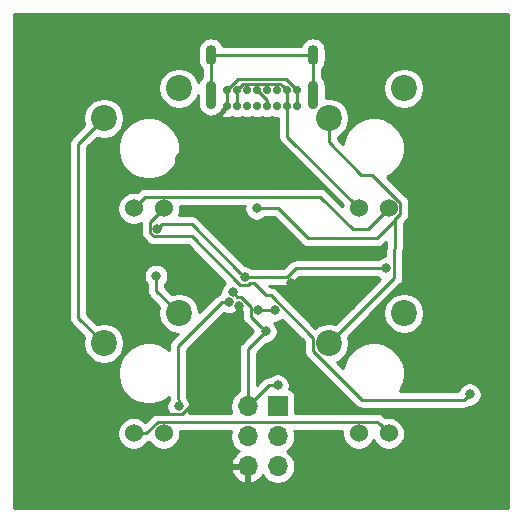
<source format=gbr>
G04 #@! TF.GenerationSoftware,KiCad,Pcbnew,5.1.5+dfsg1-2build2*
G04 #@! TF.CreationDate,2020-08-03T15:49:09+10:00*
G04 #@! TF.ProjectId,macr0,6d616372-302e-46b6-9963-61645f706362,rev?*
G04 #@! TF.SameCoordinates,Original*
G04 #@! TF.FileFunction,Copper,L1,Top*
G04 #@! TF.FilePolarity,Positive*
%FSLAX46Y46*%
G04 Gerber Fmt 4.6, Leading zero omitted, Abs format (unit mm)*
G04 Created by KiCad (PCBNEW 5.1.5+dfsg1-2build2) date 2020-08-03 15:49:09*
%MOMM*%
%LPD*%
G04 APERTURE LIST*
%ADD10C,2.200000*%
%ADD11C,1.524000*%
%ADD12O,1.700000X1.700000*%
%ADD13R,1.700000X1.700000*%
%ADD14C,0.700000*%
%ADD15O,0.900000X2.400000*%
%ADD16O,0.900000X1.700000*%
%ADD17C,0.800000*%
%ADD18C,0.250000*%
%ADD19C,0.254000*%
G04 APERTURE END LIST*
D10*
X149098000Y-84582000D03*
X142748000Y-87122000D03*
D11*
X147828000Y-94742000D03*
X145288000Y-94742000D03*
D10*
X130048000Y-84582000D03*
X123698000Y-87122000D03*
D11*
X128778000Y-94742000D03*
X126238000Y-94742000D03*
X126238000Y-113792000D03*
X128778000Y-113792000D03*
D10*
X123698000Y-106172000D03*
X130048000Y-103632000D03*
D11*
X145288000Y-113792000D03*
X147828000Y-113792000D03*
D10*
X142748000Y-106172000D03*
X149098000Y-103632000D03*
D12*
X135890000Y-116586000D03*
X138430000Y-116586000D03*
X135890000Y-114046000D03*
X138430000Y-114046000D03*
X135890000Y-111506000D03*
D13*
X138430000Y-111506000D03*
D14*
X134112000Y-86106000D03*
X134962000Y-86106000D03*
X135812000Y-86106000D03*
X136662000Y-86106000D03*
X137512000Y-86106000D03*
X138362000Y-86106000D03*
X139212000Y-86106000D03*
X140062000Y-86106000D03*
X134962000Y-84756000D03*
X136662000Y-84756000D03*
X135812000Y-84756000D03*
X134112000Y-84756000D03*
X138362000Y-84756000D03*
X139212000Y-84756000D03*
X140062000Y-84756000D03*
X137512000Y-84756000D03*
D15*
X132762000Y-85126000D03*
X141412000Y-85126000D03*
D16*
X132762000Y-81746000D03*
X141412000Y-81746000D03*
D17*
X138938000Y-97282000D03*
X144653000Y-102997000D03*
X135128000Y-102997000D03*
X131953000Y-109347000D03*
X126873000Y-111887000D03*
X140208000Y-107442000D03*
X152273000Y-101727000D03*
X139573000Y-101092000D03*
X134493000Y-97917000D03*
X149733000Y-106172000D03*
X129794000Y-91694000D03*
X130048000Y-111506000D03*
X134282436Y-102688298D03*
X137414000Y-105156000D03*
X138430000Y-109728000D03*
X134620000Y-101854000D03*
X147574000Y-99822000D03*
X135636000Y-100584000D03*
X128243057Y-96493057D03*
X128143000Y-100457000D03*
X138176000Y-103378000D03*
X136790712Y-103378000D03*
X154686000Y-110490000D03*
X136652000Y-94742000D03*
D18*
X135128000Y-106172000D02*
X135128000Y-102997000D01*
X131953000Y-109347000D02*
X135128000Y-106172000D01*
X127117001Y-112131001D02*
X126873000Y-111887000D01*
X131953000Y-110526002D02*
X130348001Y-112131001D01*
X130348001Y-112131001D02*
X127117001Y-112131001D01*
X131953000Y-109347000D02*
X131953000Y-110526002D01*
X129794000Y-90424000D02*
X134112000Y-86106000D01*
X129794000Y-91694000D02*
X129794000Y-90424000D01*
X140062000Y-86106000D02*
X140062000Y-84756000D01*
X134112000Y-86106000D02*
X134112000Y-84756000D01*
X139712001Y-84406001D02*
X140062000Y-84756000D01*
X139136989Y-83830989D02*
X139712001Y-84406001D01*
X135037011Y-83830989D02*
X139136989Y-83830989D01*
X134112000Y-84756000D02*
X135037011Y-83830989D01*
X130048000Y-110940315D02*
X130048000Y-111506000D01*
X133716751Y-102688298D02*
X129997057Y-106407992D01*
X129997057Y-110889372D02*
X130048000Y-110940315D01*
X129997057Y-106407992D02*
X129997057Y-110889372D01*
X134282436Y-102688298D02*
X133716751Y-102688298D01*
X135890000Y-106680000D02*
X137414000Y-105156000D01*
X135890000Y-111506000D02*
X135890000Y-106680000D01*
X137668000Y-109728000D02*
X135890000Y-111506000D01*
X138430000Y-109728000D02*
X137668000Y-109728000D01*
X137014001Y-104756001D02*
X137414000Y-105156000D01*
X136165711Y-103907711D02*
X137014001Y-104756001D01*
X136165711Y-103077999D02*
X136165711Y-103907711D01*
X135341711Y-102253999D02*
X136165711Y-103077999D01*
X135019999Y-102253999D02*
X135341711Y-102253999D01*
X134620000Y-101854000D02*
X135019999Y-102253999D01*
X138862001Y-84406001D02*
X139212000Y-84756000D01*
X138636999Y-84180999D02*
X138862001Y-84406001D01*
X135537001Y-84180999D02*
X138636999Y-84180999D01*
X134962000Y-84756000D02*
X135537001Y-84180999D01*
X134962000Y-84756000D02*
X134962000Y-86106000D01*
X139212000Y-84756000D02*
X139212000Y-86106000D01*
X139212000Y-88666000D02*
X145288000Y-94742000D01*
X139212000Y-86106000D02*
X139212000Y-88666000D01*
X139954000Y-99822000D02*
X147574000Y-99822000D01*
X139192000Y-100584000D02*
X139954000Y-99822000D01*
X135636000Y-100584000D02*
X139192000Y-100584000D01*
X135236001Y-100184001D02*
X135636000Y-100584000D01*
X131145058Y-96093058D02*
X135236001Y-100184001D01*
X128643056Y-96093058D02*
X131145058Y-96093058D01*
X128243057Y-96493057D02*
X128643056Y-96093058D01*
X128143000Y-101727000D02*
X130048000Y-103632000D01*
X128143000Y-100457000D02*
X128143000Y-101727000D01*
X132762000Y-83676000D02*
X132762000Y-81746000D01*
X132762000Y-85126000D02*
X132762000Y-83676000D01*
X141412000Y-81746000D02*
X141412000Y-85126000D01*
X141412000Y-81746000D02*
X132762000Y-81746000D01*
X137512000Y-85606000D02*
X136662000Y-84756000D01*
X137512000Y-86106000D02*
X137512000Y-85606000D01*
X138176000Y-103378000D02*
X136790712Y-103378000D01*
X122598001Y-88221999D02*
X123698000Y-87122000D01*
X121548999Y-89271001D02*
X122598001Y-88221999D01*
X121548999Y-104022999D02*
X121548999Y-89271001D01*
X123698000Y-106172000D02*
X121548999Y-104022999D01*
X154238999Y-110937001D02*
X154686000Y-110490000D01*
X141422999Y-106808001D02*
X145551999Y-110937001D01*
X127943056Y-97118058D02*
X131154058Y-97118058D01*
X137831002Y-102108000D02*
X141422999Y-105699997D01*
X127618056Y-96793058D02*
X127943056Y-97118058D01*
X145551999Y-110937001D02*
X154238999Y-110937001D01*
X141422999Y-105699997D02*
X141422999Y-106808001D01*
X127618056Y-95901944D02*
X127618056Y-96793058D01*
X128778000Y-94742000D02*
X127618056Y-95901944D01*
X137831002Y-102108000D02*
X137414000Y-102108000D01*
X137414000Y-102108000D02*
X136398000Y-101092000D01*
X135245001Y-101209001D02*
X131154058Y-97118058D01*
X135936001Y-101209001D02*
X135245001Y-101209001D01*
X136053002Y-101092000D02*
X135936001Y-101209001D01*
X136398000Y-101092000D02*
X136053002Y-101092000D01*
X146050000Y-96520000D02*
X147828000Y-94742000D01*
X144780000Y-96520000D02*
X146050000Y-96520000D01*
X142014999Y-93754999D02*
X144780000Y-96520000D01*
X127225001Y-93754999D02*
X142014999Y-93754999D01*
X126238000Y-94742000D02*
X127225001Y-93754999D01*
X142748000Y-88677634D02*
X142748000Y-87122000D01*
X142748000Y-89145002D02*
X142748000Y-88677634D01*
X145489999Y-91887001D02*
X142748000Y-89145002D01*
X146433763Y-91887001D02*
X145489999Y-91887001D01*
X148815001Y-94268239D02*
X146433763Y-91887001D01*
X148815001Y-95215761D02*
X148815001Y-94268239D01*
X148301761Y-95729001D02*
X148815001Y-95215761D01*
X142748000Y-106172000D02*
X148301761Y-100618239D01*
X146812000Y-97282000D02*
X148336000Y-95758000D01*
X138430000Y-94742000D02*
X140970000Y-97282000D01*
X136652000Y-94742000D02*
X138430000Y-94742000D01*
X148336000Y-95758000D02*
X148301761Y-95729001D01*
X140970000Y-97282000D02*
X146812000Y-97282000D01*
X148301761Y-100618239D02*
X148336000Y-95758000D01*
X147066001Y-113030001D02*
X147828000Y-113792000D01*
X146840999Y-112804999D02*
X147066001Y-113030001D01*
X128302631Y-112804999D02*
X146840999Y-112804999D01*
X127315630Y-113792000D02*
X128302631Y-112804999D01*
X126238000Y-113792000D02*
X127315630Y-113792000D01*
D19*
G36*
X157963000Y-120117000D02*
G01*
X116103000Y-120117000D01*
X116103000Y-116942890D01*
X134448524Y-116942890D01*
X134493175Y-117090099D01*
X134618359Y-117352920D01*
X134792412Y-117586269D01*
X135008645Y-117781178D01*
X135258748Y-117930157D01*
X135533109Y-118027481D01*
X135763000Y-117906814D01*
X135763000Y-116713000D01*
X134569845Y-116713000D01*
X134448524Y-116942890D01*
X116103000Y-116942890D01*
X116103000Y-89271001D01*
X120785323Y-89271001D01*
X120789000Y-89308333D01*
X120788999Y-103985677D01*
X120785323Y-104022999D01*
X120788999Y-104060321D01*
X120788999Y-104060331D01*
X120799996Y-104171984D01*
X120837374Y-104295205D01*
X120843453Y-104315245D01*
X120914025Y-104447275D01*
X120927550Y-104463755D01*
X121008998Y-104563000D01*
X121038002Y-104586803D01*
X122055286Y-105604088D01*
X122029675Y-105665919D01*
X121963000Y-106001117D01*
X121963000Y-106342883D01*
X122029675Y-106678081D01*
X122160463Y-106993831D01*
X122350337Y-107277998D01*
X122592002Y-107519663D01*
X122876169Y-107709537D01*
X123191919Y-107840325D01*
X123527117Y-107907000D01*
X123868883Y-107907000D01*
X124204081Y-107840325D01*
X124519831Y-107709537D01*
X124803998Y-107519663D01*
X125045663Y-107277998D01*
X125235537Y-106993831D01*
X125366325Y-106678081D01*
X125433000Y-106342883D01*
X125433000Y-106001117D01*
X125366325Y-105665919D01*
X125235537Y-105350169D01*
X125045663Y-105066002D01*
X124803998Y-104824337D01*
X124519831Y-104634463D01*
X124204081Y-104503675D01*
X123868883Y-104437000D01*
X123527117Y-104437000D01*
X123191919Y-104503675D01*
X123130088Y-104529286D01*
X122308999Y-103708198D01*
X122308999Y-94604408D01*
X124841000Y-94604408D01*
X124841000Y-94879592D01*
X124894686Y-95149490D01*
X124999995Y-95403727D01*
X125152880Y-95632535D01*
X125347465Y-95827120D01*
X125576273Y-95980005D01*
X125830510Y-96085314D01*
X126100408Y-96139000D01*
X126375592Y-96139000D01*
X126645490Y-96085314D01*
X126858056Y-95997266D01*
X126858056Y-96755736D01*
X126854380Y-96793058D01*
X126858056Y-96830380D01*
X126858056Y-96830391D01*
X126869054Y-96942044D01*
X126877253Y-96969072D01*
X126912510Y-97085304D01*
X126983082Y-97217334D01*
X127036152Y-97281999D01*
X127078056Y-97333059D01*
X127107053Y-97356857D01*
X127379256Y-97629060D01*
X127403055Y-97658059D01*
X127518780Y-97753032D01*
X127650809Y-97823604D01*
X127794070Y-97867061D01*
X127905723Y-97878058D01*
X127905732Y-97878058D01*
X127943055Y-97881734D01*
X127980378Y-97878058D01*
X130839257Y-97878058D01*
X133990819Y-101029621D01*
X133960226Y-101050063D01*
X133816063Y-101194226D01*
X133702795Y-101363744D01*
X133624774Y-101552102D01*
X133585000Y-101752061D01*
X133585000Y-101922023D01*
X133567712Y-101939311D01*
X133424504Y-101982752D01*
X133292475Y-102053324D01*
X133176750Y-102148297D01*
X133152952Y-102177295D01*
X131783000Y-103547247D01*
X131783000Y-103461117D01*
X131716325Y-103125919D01*
X131585537Y-102810169D01*
X131395663Y-102526002D01*
X131153998Y-102284337D01*
X130869831Y-102094463D01*
X130554081Y-101963675D01*
X130218883Y-101897000D01*
X129877117Y-101897000D01*
X129541919Y-101963675D01*
X129480088Y-101989286D01*
X128903000Y-101412199D01*
X128903000Y-101160711D01*
X128946937Y-101116774D01*
X129060205Y-100947256D01*
X129138226Y-100758898D01*
X129178000Y-100558939D01*
X129178000Y-100355061D01*
X129138226Y-100155102D01*
X129060205Y-99966744D01*
X128946937Y-99797226D01*
X128802774Y-99653063D01*
X128633256Y-99539795D01*
X128444898Y-99461774D01*
X128244939Y-99422000D01*
X128041061Y-99422000D01*
X127841102Y-99461774D01*
X127652744Y-99539795D01*
X127483226Y-99653063D01*
X127339063Y-99797226D01*
X127225795Y-99966744D01*
X127147774Y-100155102D01*
X127108000Y-100355061D01*
X127108000Y-100558939D01*
X127147774Y-100758898D01*
X127225795Y-100947256D01*
X127339063Y-101116774D01*
X127383001Y-101160712D01*
X127383001Y-101689668D01*
X127379324Y-101727000D01*
X127383001Y-101764333D01*
X127393998Y-101875986D01*
X127405695Y-101914547D01*
X127437454Y-102019246D01*
X127508026Y-102151276D01*
X127579201Y-102238002D01*
X127603000Y-102267001D01*
X127631998Y-102290799D01*
X128405286Y-103064088D01*
X128379675Y-103125919D01*
X128313000Y-103461117D01*
X128313000Y-103802883D01*
X128379675Y-104138081D01*
X128510463Y-104453831D01*
X128700337Y-104737998D01*
X128942002Y-104979663D01*
X129226169Y-105169537D01*
X129541919Y-105300325D01*
X129877117Y-105367000D01*
X129963248Y-105367000D01*
X129486060Y-105844188D01*
X129457056Y-105867991D01*
X129414640Y-105919676D01*
X129362083Y-105983716D01*
X129341077Y-106023015D01*
X129291511Y-106115746D01*
X129248054Y-106259007D01*
X129237057Y-106370660D01*
X129237057Y-106370670D01*
X129233381Y-106407992D01*
X129237057Y-106445315D01*
X129237057Y-106714604D01*
X129187715Y-106665262D01*
X128756141Y-106376893D01*
X128276601Y-106178261D01*
X127767525Y-106077000D01*
X127248475Y-106077000D01*
X126739399Y-106178261D01*
X126259859Y-106376893D01*
X125828285Y-106665262D01*
X125461262Y-107032285D01*
X125172893Y-107463859D01*
X124974261Y-107943399D01*
X124873000Y-108452475D01*
X124873000Y-108971525D01*
X124974261Y-109480601D01*
X125172893Y-109960141D01*
X125461262Y-110391715D01*
X125828285Y-110758738D01*
X126259859Y-111047107D01*
X126739399Y-111245739D01*
X127248475Y-111347000D01*
X127767525Y-111347000D01*
X128276601Y-111245739D01*
X128756141Y-111047107D01*
X129187715Y-110758738D01*
X129237058Y-110709395D01*
X129237058Y-110852040D01*
X129236518Y-110857517D01*
X129130795Y-111015744D01*
X129052774Y-111204102D01*
X129013000Y-111404061D01*
X129013000Y-111607939D01*
X129052774Y-111807898D01*
X129130795Y-111996256D01*
X129163364Y-112044999D01*
X128339953Y-112044999D01*
X128302630Y-112041323D01*
X128265307Y-112044999D01*
X128265298Y-112044999D01*
X128153645Y-112055996D01*
X128010384Y-112099453D01*
X127878355Y-112170025D01*
X127762630Y-112264998D01*
X127738832Y-112293996D01*
X127227242Y-112805587D01*
X127128535Y-112706880D01*
X126899727Y-112553995D01*
X126645490Y-112448686D01*
X126375592Y-112395000D01*
X126100408Y-112395000D01*
X125830510Y-112448686D01*
X125576273Y-112553995D01*
X125347465Y-112706880D01*
X125152880Y-112901465D01*
X124999995Y-113130273D01*
X124894686Y-113384510D01*
X124841000Y-113654408D01*
X124841000Y-113929592D01*
X124894686Y-114199490D01*
X124999995Y-114453727D01*
X125152880Y-114682535D01*
X125347465Y-114877120D01*
X125576273Y-115030005D01*
X125830510Y-115135314D01*
X126100408Y-115189000D01*
X126375592Y-115189000D01*
X126645490Y-115135314D01*
X126899727Y-115030005D01*
X127128535Y-114877120D01*
X127323120Y-114682535D01*
X127414383Y-114545951D01*
X127464616Y-114541003D01*
X127575780Y-114507282D01*
X127692880Y-114682535D01*
X127887465Y-114877120D01*
X128116273Y-115030005D01*
X128370510Y-115135314D01*
X128640408Y-115189000D01*
X128915592Y-115189000D01*
X129185490Y-115135314D01*
X129439727Y-115030005D01*
X129668535Y-114877120D01*
X129863120Y-114682535D01*
X130016005Y-114453727D01*
X130121314Y-114199490D01*
X130175000Y-113929592D01*
X130175000Y-113654408D01*
X130157215Y-113564999D01*
X134481885Y-113564999D01*
X134462068Y-113612842D01*
X134405000Y-113899740D01*
X134405000Y-114192260D01*
X134462068Y-114479158D01*
X134574010Y-114749411D01*
X134736525Y-114992632D01*
X134943368Y-115199475D01*
X135125534Y-115321195D01*
X135008645Y-115390822D01*
X134792412Y-115585731D01*
X134618359Y-115819080D01*
X134493175Y-116081901D01*
X134448524Y-116229110D01*
X134569845Y-116459000D01*
X135763000Y-116459000D01*
X135763000Y-116439000D01*
X136017000Y-116439000D01*
X136017000Y-116459000D01*
X136037000Y-116459000D01*
X136037000Y-116713000D01*
X136017000Y-116713000D01*
X136017000Y-117906814D01*
X136246891Y-118027481D01*
X136521252Y-117930157D01*
X136771355Y-117781178D01*
X136987588Y-117586269D01*
X137158900Y-117356594D01*
X137276525Y-117532632D01*
X137483368Y-117739475D01*
X137726589Y-117901990D01*
X137996842Y-118013932D01*
X138283740Y-118071000D01*
X138576260Y-118071000D01*
X138863158Y-118013932D01*
X139133411Y-117901990D01*
X139376632Y-117739475D01*
X139583475Y-117532632D01*
X139745990Y-117289411D01*
X139857932Y-117019158D01*
X139915000Y-116732260D01*
X139915000Y-116439740D01*
X139857932Y-116152842D01*
X139745990Y-115882589D01*
X139583475Y-115639368D01*
X139376632Y-115432525D01*
X139202240Y-115316000D01*
X139376632Y-115199475D01*
X139583475Y-114992632D01*
X139745990Y-114749411D01*
X139857932Y-114479158D01*
X139915000Y-114192260D01*
X139915000Y-113899740D01*
X139857932Y-113612842D01*
X139838115Y-113564999D01*
X143908785Y-113564999D01*
X143891000Y-113654408D01*
X143891000Y-113929592D01*
X143944686Y-114199490D01*
X144049995Y-114453727D01*
X144202880Y-114682535D01*
X144397465Y-114877120D01*
X144626273Y-115030005D01*
X144880510Y-115135314D01*
X145150408Y-115189000D01*
X145425592Y-115189000D01*
X145695490Y-115135314D01*
X145949727Y-115030005D01*
X146178535Y-114877120D01*
X146373120Y-114682535D01*
X146526005Y-114453727D01*
X146558000Y-114376485D01*
X146589995Y-114453727D01*
X146742880Y-114682535D01*
X146937465Y-114877120D01*
X147166273Y-115030005D01*
X147420510Y-115135314D01*
X147690408Y-115189000D01*
X147965592Y-115189000D01*
X148235490Y-115135314D01*
X148489727Y-115030005D01*
X148718535Y-114877120D01*
X148913120Y-114682535D01*
X149066005Y-114453727D01*
X149171314Y-114199490D01*
X149225000Y-113929592D01*
X149225000Y-113654408D01*
X149171314Y-113384510D01*
X149066005Y-113130273D01*
X148913120Y-112901465D01*
X148718535Y-112706880D01*
X148489727Y-112553995D01*
X148235490Y-112448686D01*
X147965592Y-112395000D01*
X147690408Y-112395000D01*
X147536429Y-112425628D01*
X147404803Y-112294002D01*
X147381000Y-112264998D01*
X147265275Y-112170025D01*
X147133246Y-112099453D01*
X146989985Y-112055996D01*
X146878332Y-112044999D01*
X146878321Y-112044999D01*
X146840999Y-112041323D01*
X146803677Y-112044999D01*
X139918072Y-112044999D01*
X139918072Y-110656000D01*
X139905812Y-110531518D01*
X139869502Y-110411820D01*
X139810537Y-110301506D01*
X139731185Y-110204815D01*
X139634494Y-110125463D01*
X139524180Y-110066498D01*
X139422804Y-110035746D01*
X139425226Y-110029898D01*
X139465000Y-109829939D01*
X139465000Y-109626061D01*
X139425226Y-109426102D01*
X139347205Y-109237744D01*
X139233937Y-109068226D01*
X139089774Y-108924063D01*
X138920256Y-108810795D01*
X138731898Y-108732774D01*
X138531939Y-108693000D01*
X138328061Y-108693000D01*
X138128102Y-108732774D01*
X137939744Y-108810795D01*
X137770226Y-108924063D01*
X137726289Y-108968000D01*
X137705325Y-108968000D01*
X137668000Y-108964324D01*
X137630675Y-108968000D01*
X137630667Y-108968000D01*
X137519014Y-108978997D01*
X137375753Y-109022454D01*
X137243724Y-109093026D01*
X137127999Y-109187999D01*
X137104201Y-109216997D01*
X136650000Y-109671198D01*
X136650000Y-106994801D01*
X137453802Y-106191000D01*
X137515939Y-106191000D01*
X137715898Y-106151226D01*
X137904256Y-106073205D01*
X138073774Y-105959937D01*
X138217937Y-105815774D01*
X138331205Y-105646256D01*
X138409226Y-105457898D01*
X138449000Y-105257939D01*
X138449000Y-105054061D01*
X138409226Y-104854102D01*
X138331205Y-104665744D01*
X138217937Y-104496226D01*
X138134711Y-104413000D01*
X138277939Y-104413000D01*
X138477898Y-104373226D01*
X138666256Y-104295205D01*
X138832395Y-104184195D01*
X140662999Y-106014799D01*
X140663000Y-106770669D01*
X140659323Y-106808001D01*
X140673997Y-106956986D01*
X140717453Y-107100247D01*
X140788025Y-107232277D01*
X140859200Y-107319003D01*
X140882999Y-107348002D01*
X140911997Y-107371800D01*
X144988200Y-111448004D01*
X145011998Y-111477002D01*
X145127723Y-111571975D01*
X145259752Y-111642547D01*
X145403013Y-111686004D01*
X145514666Y-111697001D01*
X145514674Y-111697001D01*
X145551999Y-111700677D01*
X145589324Y-111697001D01*
X154201677Y-111697001D01*
X154238999Y-111700677D01*
X154276321Y-111697001D01*
X154276332Y-111697001D01*
X154387985Y-111686004D01*
X154531246Y-111642547D01*
X154663275Y-111571975D01*
X154720514Y-111525000D01*
X154787939Y-111525000D01*
X154987898Y-111485226D01*
X155176256Y-111407205D01*
X155345774Y-111293937D01*
X155489937Y-111149774D01*
X155603205Y-110980256D01*
X155681226Y-110791898D01*
X155721000Y-110591939D01*
X155721000Y-110388061D01*
X155681226Y-110188102D01*
X155603205Y-109999744D01*
X155489937Y-109830226D01*
X155345774Y-109686063D01*
X155176256Y-109572795D01*
X154987898Y-109494774D01*
X154787939Y-109455000D01*
X154584061Y-109455000D01*
X154384102Y-109494774D01*
X154195744Y-109572795D01*
X154026226Y-109686063D01*
X153882063Y-109830226D01*
X153768795Y-109999744D01*
X153695372Y-110177001D01*
X148748206Y-110177001D01*
X148893107Y-109960141D01*
X149091739Y-109480601D01*
X149193000Y-108971525D01*
X149193000Y-108452475D01*
X149091739Y-107943399D01*
X148893107Y-107463859D01*
X148604738Y-107032285D01*
X148237715Y-106665262D01*
X147806141Y-106376893D01*
X147326601Y-106178261D01*
X146817525Y-106077000D01*
X146298475Y-106077000D01*
X145789399Y-106178261D01*
X145309859Y-106376893D01*
X144878285Y-106665262D01*
X144511262Y-107032285D01*
X144222893Y-107463859D01*
X144024261Y-107943399D01*
X143959380Y-108269580D01*
X143449273Y-107759474D01*
X143569831Y-107709537D01*
X143853998Y-107519663D01*
X144095663Y-107277998D01*
X144285537Y-106993831D01*
X144416325Y-106678081D01*
X144483000Y-106342883D01*
X144483000Y-106001117D01*
X144416325Y-105665919D01*
X144390714Y-105604088D01*
X146533685Y-103461117D01*
X147363000Y-103461117D01*
X147363000Y-103802883D01*
X147429675Y-104138081D01*
X147560463Y-104453831D01*
X147750337Y-104737998D01*
X147992002Y-104979663D01*
X148276169Y-105169537D01*
X148591919Y-105300325D01*
X148927117Y-105367000D01*
X149268883Y-105367000D01*
X149604081Y-105300325D01*
X149919831Y-105169537D01*
X150203998Y-104979663D01*
X150445663Y-104737998D01*
X150635537Y-104453831D01*
X150766325Y-104138081D01*
X150833000Y-103802883D01*
X150833000Y-103461117D01*
X150766325Y-103125919D01*
X150635537Y-102810169D01*
X150445663Y-102526002D01*
X150203998Y-102284337D01*
X149919831Y-102094463D01*
X149604081Y-101963675D01*
X149268883Y-101897000D01*
X148927117Y-101897000D01*
X148591919Y-101963675D01*
X148276169Y-102094463D01*
X147992002Y-102284337D01*
X147750337Y-102526002D01*
X147560463Y-102810169D01*
X147429675Y-103125919D01*
X147363000Y-103461117D01*
X146533685Y-103461117D01*
X148810871Y-101183931D01*
X148837944Y-101162030D01*
X148863657Y-101131145D01*
X148865560Y-101129242D01*
X148887635Y-101102344D01*
X148933730Y-101046977D01*
X148935017Y-101044609D01*
X148936735Y-101042516D01*
X148970833Y-100978723D01*
X149005230Y-100915448D01*
X149006031Y-100912874D01*
X149007307Y-100910486D01*
X149028288Y-100841318D01*
X149049695Y-100772497D01*
X149049979Y-100769812D01*
X149050763Y-100767226D01*
X149057831Y-100695460D01*
X149061479Y-100660924D01*
X149061498Y-100658233D01*
X149065437Y-100618240D01*
X149062024Y-100583586D01*
X149094234Y-96011329D01*
X149326004Y-95779559D01*
X149355002Y-95755762D01*
X149426385Y-95668782D01*
X149449975Y-95640038D01*
X149520547Y-95508008D01*
X149529750Y-95477668D01*
X149564004Y-95364747D01*
X149575001Y-95253094D01*
X149575001Y-95253084D01*
X149578677Y-95215761D01*
X149575001Y-95178438D01*
X149575001Y-94305561D01*
X149578677Y-94268238D01*
X149575001Y-94230915D01*
X149575001Y-94230906D01*
X149564004Y-94119253D01*
X149520547Y-93975992D01*
X149500273Y-93938063D01*
X149449975Y-93843962D01*
X149378800Y-93757236D01*
X149355002Y-93728238D01*
X149326004Y-93704440D01*
X147673579Y-92052016D01*
X147806141Y-91997107D01*
X148237715Y-91708738D01*
X148604738Y-91341715D01*
X148893107Y-90910141D01*
X149091739Y-90430601D01*
X149193000Y-89921525D01*
X149193000Y-89402475D01*
X149091739Y-88893399D01*
X148893107Y-88413859D01*
X148604738Y-87982285D01*
X148237715Y-87615262D01*
X147806141Y-87326893D01*
X147326601Y-87128261D01*
X146817525Y-87027000D01*
X146298475Y-87027000D01*
X145789399Y-87128261D01*
X145309859Y-87326893D01*
X144878285Y-87615262D01*
X144511262Y-87982285D01*
X144222893Y-88413859D01*
X144024261Y-88893399D01*
X143949093Y-89271294D01*
X143508000Y-88830201D01*
X143508000Y-88685148D01*
X143569831Y-88659537D01*
X143853998Y-88469663D01*
X144095663Y-88227998D01*
X144285537Y-87943831D01*
X144416325Y-87628081D01*
X144483000Y-87292883D01*
X144483000Y-86951117D01*
X144416325Y-86615919D01*
X144285537Y-86300169D01*
X144095663Y-86016002D01*
X143853998Y-85774337D01*
X143569831Y-85584463D01*
X143254081Y-85453675D01*
X142918883Y-85387000D01*
X142577117Y-85387000D01*
X142497000Y-85402936D01*
X142497000Y-84411117D01*
X147363000Y-84411117D01*
X147363000Y-84752883D01*
X147429675Y-85088081D01*
X147560463Y-85403831D01*
X147750337Y-85687998D01*
X147992002Y-85929663D01*
X148276169Y-86119537D01*
X148591919Y-86250325D01*
X148927117Y-86317000D01*
X149268883Y-86317000D01*
X149604081Y-86250325D01*
X149919831Y-86119537D01*
X150203998Y-85929663D01*
X150445663Y-85687998D01*
X150635537Y-85403831D01*
X150766325Y-85088081D01*
X150833000Y-84752883D01*
X150833000Y-84411117D01*
X150766325Y-84075919D01*
X150635537Y-83760169D01*
X150445663Y-83476002D01*
X150203998Y-83234337D01*
X149919831Y-83044463D01*
X149604081Y-82913675D01*
X149268883Y-82847000D01*
X148927117Y-82847000D01*
X148591919Y-82913675D01*
X148276169Y-83044463D01*
X147992002Y-83234337D01*
X147750337Y-83476002D01*
X147560463Y-83760169D01*
X147429675Y-84075919D01*
X147363000Y-84411117D01*
X142497000Y-84411117D01*
X142497000Y-84322706D01*
X142481300Y-84163303D01*
X142419259Y-83958780D01*
X142318509Y-83770290D01*
X142182922Y-83605078D01*
X142172000Y-83596114D01*
X142172000Y-82925886D01*
X142182922Y-82916922D01*
X142318509Y-82751710D01*
X142419259Y-82563220D01*
X142481300Y-82358696D01*
X142497000Y-82199293D01*
X142497000Y-81292706D01*
X142481300Y-81133303D01*
X142419259Y-80928780D01*
X142318509Y-80740290D01*
X142182922Y-80575078D01*
X142017710Y-80439491D01*
X141829219Y-80338741D01*
X141624696Y-80276700D01*
X141412000Y-80255751D01*
X141199303Y-80276700D01*
X140994780Y-80338741D01*
X140806290Y-80439491D01*
X140641078Y-80575078D01*
X140505491Y-80740290D01*
X140404741Y-80928781D01*
X140387384Y-80986000D01*
X133786616Y-80986000D01*
X133769259Y-80928780D01*
X133668509Y-80740290D01*
X133532922Y-80575078D01*
X133367710Y-80439491D01*
X133179219Y-80338741D01*
X132974696Y-80276700D01*
X132762000Y-80255751D01*
X132549303Y-80276700D01*
X132344780Y-80338741D01*
X132156290Y-80439491D01*
X131991078Y-80575078D01*
X131855491Y-80740290D01*
X131754741Y-80928781D01*
X131692700Y-81133304D01*
X131677000Y-81292707D01*
X131677000Y-82199294D01*
X131692700Y-82358697D01*
X131754742Y-82563220D01*
X131855492Y-82751710D01*
X131991079Y-82916922D01*
X132002000Y-82925885D01*
X132002000Y-83596114D01*
X131991078Y-83605078D01*
X131855491Y-83770290D01*
X131754741Y-83958781D01*
X131717467Y-84081659D01*
X131716325Y-84075919D01*
X131585537Y-83760169D01*
X131395663Y-83476002D01*
X131153998Y-83234337D01*
X130869831Y-83044463D01*
X130554081Y-82913675D01*
X130218883Y-82847000D01*
X129877117Y-82847000D01*
X129541919Y-82913675D01*
X129226169Y-83044463D01*
X128942002Y-83234337D01*
X128700337Y-83476002D01*
X128510463Y-83760169D01*
X128379675Y-84075919D01*
X128313000Y-84411117D01*
X128313000Y-84752883D01*
X128379675Y-85088081D01*
X128510463Y-85403831D01*
X128700337Y-85687998D01*
X128942002Y-85929663D01*
X129226169Y-86119537D01*
X129541919Y-86250325D01*
X129877117Y-86317000D01*
X130218883Y-86317000D01*
X130554081Y-86250325D01*
X130869831Y-86119537D01*
X131153998Y-85929663D01*
X131395663Y-85687998D01*
X131585537Y-85403831D01*
X131677000Y-85183020D01*
X131677000Y-85929294D01*
X131692700Y-86088697D01*
X131754742Y-86293220D01*
X131855492Y-86481710D01*
X131991079Y-86646922D01*
X132156291Y-86782509D01*
X132344781Y-86883259D01*
X132549304Y-86945300D01*
X132762000Y-86966249D01*
X132974697Y-86945300D01*
X133179220Y-86883259D01*
X133367710Y-86782509D01*
X133532922Y-86646922D01*
X133668509Y-86481710D01*
X133769259Y-86293220D01*
X133779746Y-86258649D01*
X133932395Y-86106000D01*
X133918253Y-86091858D01*
X133977000Y-86033110D01*
X133977000Y-86203014D01*
X134013101Y-86384504D01*
X133621088Y-86776517D01*
X133637784Y-86974767D01*
X133816384Y-87050589D01*
X134006344Y-87090110D01*
X134200364Y-87091813D01*
X134390989Y-87055632D01*
X134537651Y-86996385D01*
X134674686Y-87053147D01*
X134864986Y-87091000D01*
X135059014Y-87091000D01*
X135249314Y-87053147D01*
X135387000Y-86996116D01*
X135524686Y-87053147D01*
X135714986Y-87091000D01*
X135909014Y-87091000D01*
X136099314Y-87053147D01*
X136237000Y-86996116D01*
X136374686Y-87053147D01*
X136564986Y-87091000D01*
X136759014Y-87091000D01*
X136949314Y-87053147D01*
X137087000Y-86996116D01*
X137224686Y-87053147D01*
X137414986Y-87091000D01*
X137609014Y-87091000D01*
X137799314Y-87053147D01*
X137937000Y-86996116D01*
X138074686Y-87053147D01*
X138264986Y-87091000D01*
X138452000Y-87091000D01*
X138452001Y-88628668D01*
X138448324Y-88666000D01*
X138462998Y-88814985D01*
X138506454Y-88958246D01*
X138577026Y-89090276D01*
X138603075Y-89122016D01*
X138672000Y-89206001D01*
X138700998Y-89229799D01*
X143921628Y-94450430D01*
X143898998Y-94564197D01*
X142578803Y-93244002D01*
X142555000Y-93214998D01*
X142439275Y-93120025D01*
X142307246Y-93049453D01*
X142163985Y-93005996D01*
X142052332Y-92994999D01*
X142052321Y-92994999D01*
X142014999Y-92991323D01*
X141977677Y-92994999D01*
X127262323Y-92994999D01*
X127225000Y-92991323D01*
X127187677Y-92994999D01*
X127187668Y-92994999D01*
X127076015Y-93005996D01*
X126932754Y-93049453D01*
X126800725Y-93120025D01*
X126685000Y-93214998D01*
X126661202Y-93243996D01*
X126529570Y-93375628D01*
X126375592Y-93345000D01*
X126100408Y-93345000D01*
X125830510Y-93398686D01*
X125576273Y-93503995D01*
X125347465Y-93656880D01*
X125152880Y-93851465D01*
X124999995Y-94080273D01*
X124894686Y-94334510D01*
X124841000Y-94604408D01*
X122308999Y-94604408D01*
X122308999Y-89585802D01*
X122492326Y-89402475D01*
X124873000Y-89402475D01*
X124873000Y-89921525D01*
X124974261Y-90430601D01*
X125172893Y-90910141D01*
X125461262Y-91341715D01*
X125828285Y-91708738D01*
X126259859Y-91997107D01*
X126739399Y-92195739D01*
X127248475Y-92297000D01*
X127767525Y-92297000D01*
X128276601Y-92195739D01*
X128756141Y-91997107D01*
X129187715Y-91708738D01*
X129554738Y-91341715D01*
X129843107Y-90910141D01*
X130041739Y-90430601D01*
X130143000Y-89921525D01*
X130143000Y-89402475D01*
X130041739Y-88893399D01*
X129843107Y-88413859D01*
X129554738Y-87982285D01*
X129187715Y-87615262D01*
X128756141Y-87326893D01*
X128276601Y-87128261D01*
X127767525Y-87027000D01*
X127248475Y-87027000D01*
X126739399Y-87128261D01*
X126259859Y-87326893D01*
X125828285Y-87615262D01*
X125461262Y-87982285D01*
X125172893Y-88413859D01*
X124974261Y-88893399D01*
X124873000Y-89402475D01*
X122492326Y-89402475D01*
X123130088Y-88764714D01*
X123191919Y-88790325D01*
X123527117Y-88857000D01*
X123868883Y-88857000D01*
X124204081Y-88790325D01*
X124519831Y-88659537D01*
X124803998Y-88469663D01*
X125045663Y-88227998D01*
X125235537Y-87943831D01*
X125366325Y-87628081D01*
X125433000Y-87292883D01*
X125433000Y-86951117D01*
X125366325Y-86615919D01*
X125235537Y-86300169D01*
X125045663Y-86016002D01*
X124803998Y-85774337D01*
X124519831Y-85584463D01*
X124204081Y-85453675D01*
X123868883Y-85387000D01*
X123527117Y-85387000D01*
X123191919Y-85453675D01*
X122876169Y-85584463D01*
X122592002Y-85774337D01*
X122350337Y-86016002D01*
X122160463Y-86300169D01*
X122029675Y-86615919D01*
X121963000Y-86951117D01*
X121963000Y-87292883D01*
X122029675Y-87628081D01*
X122055286Y-87689912D01*
X121037997Y-88707202D01*
X121008999Y-88731000D01*
X120985201Y-88759998D01*
X120985200Y-88759999D01*
X120914025Y-88846725D01*
X120843453Y-88978755D01*
X120799997Y-89122016D01*
X120785323Y-89271001D01*
X116103000Y-89271001D01*
X116103000Y-78257000D01*
X157963001Y-78257000D01*
X157963000Y-120117000D01*
G37*
X157963000Y-120117000D02*
X116103000Y-120117000D01*
X116103000Y-116942890D01*
X134448524Y-116942890D01*
X134493175Y-117090099D01*
X134618359Y-117352920D01*
X134792412Y-117586269D01*
X135008645Y-117781178D01*
X135258748Y-117930157D01*
X135533109Y-118027481D01*
X135763000Y-117906814D01*
X135763000Y-116713000D01*
X134569845Y-116713000D01*
X134448524Y-116942890D01*
X116103000Y-116942890D01*
X116103000Y-89271001D01*
X120785323Y-89271001D01*
X120789000Y-89308333D01*
X120788999Y-103985677D01*
X120785323Y-104022999D01*
X120788999Y-104060321D01*
X120788999Y-104060331D01*
X120799996Y-104171984D01*
X120837374Y-104295205D01*
X120843453Y-104315245D01*
X120914025Y-104447275D01*
X120927550Y-104463755D01*
X121008998Y-104563000D01*
X121038002Y-104586803D01*
X122055286Y-105604088D01*
X122029675Y-105665919D01*
X121963000Y-106001117D01*
X121963000Y-106342883D01*
X122029675Y-106678081D01*
X122160463Y-106993831D01*
X122350337Y-107277998D01*
X122592002Y-107519663D01*
X122876169Y-107709537D01*
X123191919Y-107840325D01*
X123527117Y-107907000D01*
X123868883Y-107907000D01*
X124204081Y-107840325D01*
X124519831Y-107709537D01*
X124803998Y-107519663D01*
X125045663Y-107277998D01*
X125235537Y-106993831D01*
X125366325Y-106678081D01*
X125433000Y-106342883D01*
X125433000Y-106001117D01*
X125366325Y-105665919D01*
X125235537Y-105350169D01*
X125045663Y-105066002D01*
X124803998Y-104824337D01*
X124519831Y-104634463D01*
X124204081Y-104503675D01*
X123868883Y-104437000D01*
X123527117Y-104437000D01*
X123191919Y-104503675D01*
X123130088Y-104529286D01*
X122308999Y-103708198D01*
X122308999Y-94604408D01*
X124841000Y-94604408D01*
X124841000Y-94879592D01*
X124894686Y-95149490D01*
X124999995Y-95403727D01*
X125152880Y-95632535D01*
X125347465Y-95827120D01*
X125576273Y-95980005D01*
X125830510Y-96085314D01*
X126100408Y-96139000D01*
X126375592Y-96139000D01*
X126645490Y-96085314D01*
X126858056Y-95997266D01*
X126858056Y-96755736D01*
X126854380Y-96793058D01*
X126858056Y-96830380D01*
X126858056Y-96830391D01*
X126869054Y-96942044D01*
X126877253Y-96969072D01*
X126912510Y-97085304D01*
X126983082Y-97217334D01*
X127036152Y-97281999D01*
X127078056Y-97333059D01*
X127107053Y-97356857D01*
X127379256Y-97629060D01*
X127403055Y-97658059D01*
X127518780Y-97753032D01*
X127650809Y-97823604D01*
X127794070Y-97867061D01*
X127905723Y-97878058D01*
X127905732Y-97878058D01*
X127943055Y-97881734D01*
X127980378Y-97878058D01*
X130839257Y-97878058D01*
X133990819Y-101029621D01*
X133960226Y-101050063D01*
X133816063Y-101194226D01*
X133702795Y-101363744D01*
X133624774Y-101552102D01*
X133585000Y-101752061D01*
X133585000Y-101922023D01*
X133567712Y-101939311D01*
X133424504Y-101982752D01*
X133292475Y-102053324D01*
X133176750Y-102148297D01*
X133152952Y-102177295D01*
X131783000Y-103547247D01*
X131783000Y-103461117D01*
X131716325Y-103125919D01*
X131585537Y-102810169D01*
X131395663Y-102526002D01*
X131153998Y-102284337D01*
X130869831Y-102094463D01*
X130554081Y-101963675D01*
X130218883Y-101897000D01*
X129877117Y-101897000D01*
X129541919Y-101963675D01*
X129480088Y-101989286D01*
X128903000Y-101412199D01*
X128903000Y-101160711D01*
X128946937Y-101116774D01*
X129060205Y-100947256D01*
X129138226Y-100758898D01*
X129178000Y-100558939D01*
X129178000Y-100355061D01*
X129138226Y-100155102D01*
X129060205Y-99966744D01*
X128946937Y-99797226D01*
X128802774Y-99653063D01*
X128633256Y-99539795D01*
X128444898Y-99461774D01*
X128244939Y-99422000D01*
X128041061Y-99422000D01*
X127841102Y-99461774D01*
X127652744Y-99539795D01*
X127483226Y-99653063D01*
X127339063Y-99797226D01*
X127225795Y-99966744D01*
X127147774Y-100155102D01*
X127108000Y-100355061D01*
X127108000Y-100558939D01*
X127147774Y-100758898D01*
X127225795Y-100947256D01*
X127339063Y-101116774D01*
X127383001Y-101160712D01*
X127383001Y-101689668D01*
X127379324Y-101727000D01*
X127383001Y-101764333D01*
X127393998Y-101875986D01*
X127405695Y-101914547D01*
X127437454Y-102019246D01*
X127508026Y-102151276D01*
X127579201Y-102238002D01*
X127603000Y-102267001D01*
X127631998Y-102290799D01*
X128405286Y-103064088D01*
X128379675Y-103125919D01*
X128313000Y-103461117D01*
X128313000Y-103802883D01*
X128379675Y-104138081D01*
X128510463Y-104453831D01*
X128700337Y-104737998D01*
X128942002Y-104979663D01*
X129226169Y-105169537D01*
X129541919Y-105300325D01*
X129877117Y-105367000D01*
X129963248Y-105367000D01*
X129486060Y-105844188D01*
X129457056Y-105867991D01*
X129414640Y-105919676D01*
X129362083Y-105983716D01*
X129341077Y-106023015D01*
X129291511Y-106115746D01*
X129248054Y-106259007D01*
X129237057Y-106370660D01*
X129237057Y-106370670D01*
X129233381Y-106407992D01*
X129237057Y-106445315D01*
X129237057Y-106714604D01*
X129187715Y-106665262D01*
X128756141Y-106376893D01*
X128276601Y-106178261D01*
X127767525Y-106077000D01*
X127248475Y-106077000D01*
X126739399Y-106178261D01*
X126259859Y-106376893D01*
X125828285Y-106665262D01*
X125461262Y-107032285D01*
X125172893Y-107463859D01*
X124974261Y-107943399D01*
X124873000Y-108452475D01*
X124873000Y-108971525D01*
X124974261Y-109480601D01*
X125172893Y-109960141D01*
X125461262Y-110391715D01*
X125828285Y-110758738D01*
X126259859Y-111047107D01*
X126739399Y-111245739D01*
X127248475Y-111347000D01*
X127767525Y-111347000D01*
X128276601Y-111245739D01*
X128756141Y-111047107D01*
X129187715Y-110758738D01*
X129237058Y-110709395D01*
X129237058Y-110852040D01*
X129236518Y-110857517D01*
X129130795Y-111015744D01*
X129052774Y-111204102D01*
X129013000Y-111404061D01*
X129013000Y-111607939D01*
X129052774Y-111807898D01*
X129130795Y-111996256D01*
X129163364Y-112044999D01*
X128339953Y-112044999D01*
X128302630Y-112041323D01*
X128265307Y-112044999D01*
X128265298Y-112044999D01*
X128153645Y-112055996D01*
X128010384Y-112099453D01*
X127878355Y-112170025D01*
X127762630Y-112264998D01*
X127738832Y-112293996D01*
X127227242Y-112805587D01*
X127128535Y-112706880D01*
X126899727Y-112553995D01*
X126645490Y-112448686D01*
X126375592Y-112395000D01*
X126100408Y-112395000D01*
X125830510Y-112448686D01*
X125576273Y-112553995D01*
X125347465Y-112706880D01*
X125152880Y-112901465D01*
X124999995Y-113130273D01*
X124894686Y-113384510D01*
X124841000Y-113654408D01*
X124841000Y-113929592D01*
X124894686Y-114199490D01*
X124999995Y-114453727D01*
X125152880Y-114682535D01*
X125347465Y-114877120D01*
X125576273Y-115030005D01*
X125830510Y-115135314D01*
X126100408Y-115189000D01*
X126375592Y-115189000D01*
X126645490Y-115135314D01*
X126899727Y-115030005D01*
X127128535Y-114877120D01*
X127323120Y-114682535D01*
X127414383Y-114545951D01*
X127464616Y-114541003D01*
X127575780Y-114507282D01*
X127692880Y-114682535D01*
X127887465Y-114877120D01*
X128116273Y-115030005D01*
X128370510Y-115135314D01*
X128640408Y-115189000D01*
X128915592Y-115189000D01*
X129185490Y-115135314D01*
X129439727Y-115030005D01*
X129668535Y-114877120D01*
X129863120Y-114682535D01*
X130016005Y-114453727D01*
X130121314Y-114199490D01*
X130175000Y-113929592D01*
X130175000Y-113654408D01*
X130157215Y-113564999D01*
X134481885Y-113564999D01*
X134462068Y-113612842D01*
X134405000Y-113899740D01*
X134405000Y-114192260D01*
X134462068Y-114479158D01*
X134574010Y-114749411D01*
X134736525Y-114992632D01*
X134943368Y-115199475D01*
X135125534Y-115321195D01*
X135008645Y-115390822D01*
X134792412Y-115585731D01*
X134618359Y-115819080D01*
X134493175Y-116081901D01*
X134448524Y-116229110D01*
X134569845Y-116459000D01*
X135763000Y-116459000D01*
X135763000Y-116439000D01*
X136017000Y-116439000D01*
X136017000Y-116459000D01*
X136037000Y-116459000D01*
X136037000Y-116713000D01*
X136017000Y-116713000D01*
X136017000Y-117906814D01*
X136246891Y-118027481D01*
X136521252Y-117930157D01*
X136771355Y-117781178D01*
X136987588Y-117586269D01*
X137158900Y-117356594D01*
X137276525Y-117532632D01*
X137483368Y-117739475D01*
X137726589Y-117901990D01*
X137996842Y-118013932D01*
X138283740Y-118071000D01*
X138576260Y-118071000D01*
X138863158Y-118013932D01*
X139133411Y-117901990D01*
X139376632Y-117739475D01*
X139583475Y-117532632D01*
X139745990Y-117289411D01*
X139857932Y-117019158D01*
X139915000Y-116732260D01*
X139915000Y-116439740D01*
X139857932Y-116152842D01*
X139745990Y-115882589D01*
X139583475Y-115639368D01*
X139376632Y-115432525D01*
X139202240Y-115316000D01*
X139376632Y-115199475D01*
X139583475Y-114992632D01*
X139745990Y-114749411D01*
X139857932Y-114479158D01*
X139915000Y-114192260D01*
X139915000Y-113899740D01*
X139857932Y-113612842D01*
X139838115Y-113564999D01*
X143908785Y-113564999D01*
X143891000Y-113654408D01*
X143891000Y-113929592D01*
X143944686Y-114199490D01*
X144049995Y-114453727D01*
X144202880Y-114682535D01*
X144397465Y-114877120D01*
X144626273Y-115030005D01*
X144880510Y-115135314D01*
X145150408Y-115189000D01*
X145425592Y-115189000D01*
X145695490Y-115135314D01*
X145949727Y-115030005D01*
X146178535Y-114877120D01*
X146373120Y-114682535D01*
X146526005Y-114453727D01*
X146558000Y-114376485D01*
X146589995Y-114453727D01*
X146742880Y-114682535D01*
X146937465Y-114877120D01*
X147166273Y-115030005D01*
X147420510Y-115135314D01*
X147690408Y-115189000D01*
X147965592Y-115189000D01*
X148235490Y-115135314D01*
X148489727Y-115030005D01*
X148718535Y-114877120D01*
X148913120Y-114682535D01*
X149066005Y-114453727D01*
X149171314Y-114199490D01*
X149225000Y-113929592D01*
X149225000Y-113654408D01*
X149171314Y-113384510D01*
X149066005Y-113130273D01*
X148913120Y-112901465D01*
X148718535Y-112706880D01*
X148489727Y-112553995D01*
X148235490Y-112448686D01*
X147965592Y-112395000D01*
X147690408Y-112395000D01*
X147536429Y-112425628D01*
X147404803Y-112294002D01*
X147381000Y-112264998D01*
X147265275Y-112170025D01*
X147133246Y-112099453D01*
X146989985Y-112055996D01*
X146878332Y-112044999D01*
X146878321Y-112044999D01*
X146840999Y-112041323D01*
X146803677Y-112044999D01*
X139918072Y-112044999D01*
X139918072Y-110656000D01*
X139905812Y-110531518D01*
X139869502Y-110411820D01*
X139810537Y-110301506D01*
X139731185Y-110204815D01*
X139634494Y-110125463D01*
X139524180Y-110066498D01*
X139422804Y-110035746D01*
X139425226Y-110029898D01*
X139465000Y-109829939D01*
X139465000Y-109626061D01*
X139425226Y-109426102D01*
X139347205Y-109237744D01*
X139233937Y-109068226D01*
X139089774Y-108924063D01*
X138920256Y-108810795D01*
X138731898Y-108732774D01*
X138531939Y-108693000D01*
X138328061Y-108693000D01*
X138128102Y-108732774D01*
X137939744Y-108810795D01*
X137770226Y-108924063D01*
X137726289Y-108968000D01*
X137705325Y-108968000D01*
X137668000Y-108964324D01*
X137630675Y-108968000D01*
X137630667Y-108968000D01*
X137519014Y-108978997D01*
X137375753Y-109022454D01*
X137243724Y-109093026D01*
X137127999Y-109187999D01*
X137104201Y-109216997D01*
X136650000Y-109671198D01*
X136650000Y-106994801D01*
X137453802Y-106191000D01*
X137515939Y-106191000D01*
X137715898Y-106151226D01*
X137904256Y-106073205D01*
X138073774Y-105959937D01*
X138217937Y-105815774D01*
X138331205Y-105646256D01*
X138409226Y-105457898D01*
X138449000Y-105257939D01*
X138449000Y-105054061D01*
X138409226Y-104854102D01*
X138331205Y-104665744D01*
X138217937Y-104496226D01*
X138134711Y-104413000D01*
X138277939Y-104413000D01*
X138477898Y-104373226D01*
X138666256Y-104295205D01*
X138832395Y-104184195D01*
X140662999Y-106014799D01*
X140663000Y-106770669D01*
X140659323Y-106808001D01*
X140673997Y-106956986D01*
X140717453Y-107100247D01*
X140788025Y-107232277D01*
X140859200Y-107319003D01*
X140882999Y-107348002D01*
X140911997Y-107371800D01*
X144988200Y-111448004D01*
X145011998Y-111477002D01*
X145127723Y-111571975D01*
X145259752Y-111642547D01*
X145403013Y-111686004D01*
X145514666Y-111697001D01*
X145514674Y-111697001D01*
X145551999Y-111700677D01*
X145589324Y-111697001D01*
X154201677Y-111697001D01*
X154238999Y-111700677D01*
X154276321Y-111697001D01*
X154276332Y-111697001D01*
X154387985Y-111686004D01*
X154531246Y-111642547D01*
X154663275Y-111571975D01*
X154720514Y-111525000D01*
X154787939Y-111525000D01*
X154987898Y-111485226D01*
X155176256Y-111407205D01*
X155345774Y-111293937D01*
X155489937Y-111149774D01*
X155603205Y-110980256D01*
X155681226Y-110791898D01*
X155721000Y-110591939D01*
X155721000Y-110388061D01*
X155681226Y-110188102D01*
X155603205Y-109999744D01*
X155489937Y-109830226D01*
X155345774Y-109686063D01*
X155176256Y-109572795D01*
X154987898Y-109494774D01*
X154787939Y-109455000D01*
X154584061Y-109455000D01*
X154384102Y-109494774D01*
X154195744Y-109572795D01*
X154026226Y-109686063D01*
X153882063Y-109830226D01*
X153768795Y-109999744D01*
X153695372Y-110177001D01*
X148748206Y-110177001D01*
X148893107Y-109960141D01*
X149091739Y-109480601D01*
X149193000Y-108971525D01*
X149193000Y-108452475D01*
X149091739Y-107943399D01*
X148893107Y-107463859D01*
X148604738Y-107032285D01*
X148237715Y-106665262D01*
X147806141Y-106376893D01*
X147326601Y-106178261D01*
X146817525Y-106077000D01*
X146298475Y-106077000D01*
X145789399Y-106178261D01*
X145309859Y-106376893D01*
X144878285Y-106665262D01*
X144511262Y-107032285D01*
X144222893Y-107463859D01*
X144024261Y-107943399D01*
X143959380Y-108269580D01*
X143449273Y-107759474D01*
X143569831Y-107709537D01*
X143853998Y-107519663D01*
X144095663Y-107277998D01*
X144285537Y-106993831D01*
X144416325Y-106678081D01*
X144483000Y-106342883D01*
X144483000Y-106001117D01*
X144416325Y-105665919D01*
X144390714Y-105604088D01*
X146533685Y-103461117D01*
X147363000Y-103461117D01*
X147363000Y-103802883D01*
X147429675Y-104138081D01*
X147560463Y-104453831D01*
X147750337Y-104737998D01*
X147992002Y-104979663D01*
X148276169Y-105169537D01*
X148591919Y-105300325D01*
X148927117Y-105367000D01*
X149268883Y-105367000D01*
X149604081Y-105300325D01*
X149919831Y-105169537D01*
X150203998Y-104979663D01*
X150445663Y-104737998D01*
X150635537Y-104453831D01*
X150766325Y-104138081D01*
X150833000Y-103802883D01*
X150833000Y-103461117D01*
X150766325Y-103125919D01*
X150635537Y-102810169D01*
X150445663Y-102526002D01*
X150203998Y-102284337D01*
X149919831Y-102094463D01*
X149604081Y-101963675D01*
X149268883Y-101897000D01*
X148927117Y-101897000D01*
X148591919Y-101963675D01*
X148276169Y-102094463D01*
X147992002Y-102284337D01*
X147750337Y-102526002D01*
X147560463Y-102810169D01*
X147429675Y-103125919D01*
X147363000Y-103461117D01*
X146533685Y-103461117D01*
X148810871Y-101183931D01*
X148837944Y-101162030D01*
X148863657Y-101131145D01*
X148865560Y-101129242D01*
X148887635Y-101102344D01*
X148933730Y-101046977D01*
X148935017Y-101044609D01*
X148936735Y-101042516D01*
X148970833Y-100978723D01*
X149005230Y-100915448D01*
X149006031Y-100912874D01*
X149007307Y-100910486D01*
X149028288Y-100841318D01*
X149049695Y-100772497D01*
X149049979Y-100769812D01*
X149050763Y-100767226D01*
X149057831Y-100695460D01*
X149061479Y-100660924D01*
X149061498Y-100658233D01*
X149065437Y-100618240D01*
X149062024Y-100583586D01*
X149094234Y-96011329D01*
X149326004Y-95779559D01*
X149355002Y-95755762D01*
X149426385Y-95668782D01*
X149449975Y-95640038D01*
X149520547Y-95508008D01*
X149529750Y-95477668D01*
X149564004Y-95364747D01*
X149575001Y-95253094D01*
X149575001Y-95253084D01*
X149578677Y-95215761D01*
X149575001Y-95178438D01*
X149575001Y-94305561D01*
X149578677Y-94268238D01*
X149575001Y-94230915D01*
X149575001Y-94230906D01*
X149564004Y-94119253D01*
X149520547Y-93975992D01*
X149500273Y-93938063D01*
X149449975Y-93843962D01*
X149378800Y-93757236D01*
X149355002Y-93728238D01*
X149326004Y-93704440D01*
X147673579Y-92052016D01*
X147806141Y-91997107D01*
X148237715Y-91708738D01*
X148604738Y-91341715D01*
X148893107Y-90910141D01*
X149091739Y-90430601D01*
X149193000Y-89921525D01*
X149193000Y-89402475D01*
X149091739Y-88893399D01*
X148893107Y-88413859D01*
X148604738Y-87982285D01*
X148237715Y-87615262D01*
X147806141Y-87326893D01*
X147326601Y-87128261D01*
X146817525Y-87027000D01*
X146298475Y-87027000D01*
X145789399Y-87128261D01*
X145309859Y-87326893D01*
X144878285Y-87615262D01*
X144511262Y-87982285D01*
X144222893Y-88413859D01*
X144024261Y-88893399D01*
X143949093Y-89271294D01*
X143508000Y-88830201D01*
X143508000Y-88685148D01*
X143569831Y-88659537D01*
X143853998Y-88469663D01*
X144095663Y-88227998D01*
X144285537Y-87943831D01*
X144416325Y-87628081D01*
X144483000Y-87292883D01*
X144483000Y-86951117D01*
X144416325Y-86615919D01*
X144285537Y-86300169D01*
X144095663Y-86016002D01*
X143853998Y-85774337D01*
X143569831Y-85584463D01*
X143254081Y-85453675D01*
X142918883Y-85387000D01*
X142577117Y-85387000D01*
X142497000Y-85402936D01*
X142497000Y-84411117D01*
X147363000Y-84411117D01*
X147363000Y-84752883D01*
X147429675Y-85088081D01*
X147560463Y-85403831D01*
X147750337Y-85687998D01*
X147992002Y-85929663D01*
X148276169Y-86119537D01*
X148591919Y-86250325D01*
X148927117Y-86317000D01*
X149268883Y-86317000D01*
X149604081Y-86250325D01*
X149919831Y-86119537D01*
X150203998Y-85929663D01*
X150445663Y-85687998D01*
X150635537Y-85403831D01*
X150766325Y-85088081D01*
X150833000Y-84752883D01*
X150833000Y-84411117D01*
X150766325Y-84075919D01*
X150635537Y-83760169D01*
X150445663Y-83476002D01*
X150203998Y-83234337D01*
X149919831Y-83044463D01*
X149604081Y-82913675D01*
X149268883Y-82847000D01*
X148927117Y-82847000D01*
X148591919Y-82913675D01*
X148276169Y-83044463D01*
X147992002Y-83234337D01*
X147750337Y-83476002D01*
X147560463Y-83760169D01*
X147429675Y-84075919D01*
X147363000Y-84411117D01*
X142497000Y-84411117D01*
X142497000Y-84322706D01*
X142481300Y-84163303D01*
X142419259Y-83958780D01*
X142318509Y-83770290D01*
X142182922Y-83605078D01*
X142172000Y-83596114D01*
X142172000Y-82925886D01*
X142182922Y-82916922D01*
X142318509Y-82751710D01*
X142419259Y-82563220D01*
X142481300Y-82358696D01*
X142497000Y-82199293D01*
X142497000Y-81292706D01*
X142481300Y-81133303D01*
X142419259Y-80928780D01*
X142318509Y-80740290D01*
X142182922Y-80575078D01*
X142017710Y-80439491D01*
X141829219Y-80338741D01*
X141624696Y-80276700D01*
X141412000Y-80255751D01*
X141199303Y-80276700D01*
X140994780Y-80338741D01*
X140806290Y-80439491D01*
X140641078Y-80575078D01*
X140505491Y-80740290D01*
X140404741Y-80928781D01*
X140387384Y-80986000D01*
X133786616Y-80986000D01*
X133769259Y-80928780D01*
X133668509Y-80740290D01*
X133532922Y-80575078D01*
X133367710Y-80439491D01*
X133179219Y-80338741D01*
X132974696Y-80276700D01*
X132762000Y-80255751D01*
X132549303Y-80276700D01*
X132344780Y-80338741D01*
X132156290Y-80439491D01*
X131991078Y-80575078D01*
X131855491Y-80740290D01*
X131754741Y-80928781D01*
X131692700Y-81133304D01*
X131677000Y-81292707D01*
X131677000Y-82199294D01*
X131692700Y-82358697D01*
X131754742Y-82563220D01*
X131855492Y-82751710D01*
X131991079Y-82916922D01*
X132002000Y-82925885D01*
X132002000Y-83596114D01*
X131991078Y-83605078D01*
X131855491Y-83770290D01*
X131754741Y-83958781D01*
X131717467Y-84081659D01*
X131716325Y-84075919D01*
X131585537Y-83760169D01*
X131395663Y-83476002D01*
X131153998Y-83234337D01*
X130869831Y-83044463D01*
X130554081Y-82913675D01*
X130218883Y-82847000D01*
X129877117Y-82847000D01*
X129541919Y-82913675D01*
X129226169Y-83044463D01*
X128942002Y-83234337D01*
X128700337Y-83476002D01*
X128510463Y-83760169D01*
X128379675Y-84075919D01*
X128313000Y-84411117D01*
X128313000Y-84752883D01*
X128379675Y-85088081D01*
X128510463Y-85403831D01*
X128700337Y-85687998D01*
X128942002Y-85929663D01*
X129226169Y-86119537D01*
X129541919Y-86250325D01*
X129877117Y-86317000D01*
X130218883Y-86317000D01*
X130554081Y-86250325D01*
X130869831Y-86119537D01*
X131153998Y-85929663D01*
X131395663Y-85687998D01*
X131585537Y-85403831D01*
X131677000Y-85183020D01*
X131677000Y-85929294D01*
X131692700Y-86088697D01*
X131754742Y-86293220D01*
X131855492Y-86481710D01*
X131991079Y-86646922D01*
X132156291Y-86782509D01*
X132344781Y-86883259D01*
X132549304Y-86945300D01*
X132762000Y-86966249D01*
X132974697Y-86945300D01*
X133179220Y-86883259D01*
X133367710Y-86782509D01*
X133532922Y-86646922D01*
X133668509Y-86481710D01*
X133769259Y-86293220D01*
X133779746Y-86258649D01*
X133932395Y-86106000D01*
X133918253Y-86091858D01*
X133977000Y-86033110D01*
X133977000Y-86203014D01*
X134013101Y-86384504D01*
X133621088Y-86776517D01*
X133637784Y-86974767D01*
X133816384Y-87050589D01*
X134006344Y-87090110D01*
X134200364Y-87091813D01*
X134390989Y-87055632D01*
X134537651Y-86996385D01*
X134674686Y-87053147D01*
X134864986Y-87091000D01*
X135059014Y-87091000D01*
X135249314Y-87053147D01*
X135387000Y-86996116D01*
X135524686Y-87053147D01*
X135714986Y-87091000D01*
X135909014Y-87091000D01*
X136099314Y-87053147D01*
X136237000Y-86996116D01*
X136374686Y-87053147D01*
X136564986Y-87091000D01*
X136759014Y-87091000D01*
X136949314Y-87053147D01*
X137087000Y-86996116D01*
X137224686Y-87053147D01*
X137414986Y-87091000D01*
X137609014Y-87091000D01*
X137799314Y-87053147D01*
X137937000Y-86996116D01*
X138074686Y-87053147D01*
X138264986Y-87091000D01*
X138452000Y-87091000D01*
X138452001Y-88628668D01*
X138448324Y-88666000D01*
X138462998Y-88814985D01*
X138506454Y-88958246D01*
X138577026Y-89090276D01*
X138603075Y-89122016D01*
X138672000Y-89206001D01*
X138700998Y-89229799D01*
X143921628Y-94450430D01*
X143898998Y-94564197D01*
X142578803Y-93244002D01*
X142555000Y-93214998D01*
X142439275Y-93120025D01*
X142307246Y-93049453D01*
X142163985Y-93005996D01*
X142052332Y-92994999D01*
X142052321Y-92994999D01*
X142014999Y-92991323D01*
X141977677Y-92994999D01*
X127262323Y-92994999D01*
X127225000Y-92991323D01*
X127187677Y-92994999D01*
X127187668Y-92994999D01*
X127076015Y-93005996D01*
X126932754Y-93049453D01*
X126800725Y-93120025D01*
X126685000Y-93214998D01*
X126661202Y-93243996D01*
X126529570Y-93375628D01*
X126375592Y-93345000D01*
X126100408Y-93345000D01*
X125830510Y-93398686D01*
X125576273Y-93503995D01*
X125347465Y-93656880D01*
X125152880Y-93851465D01*
X124999995Y-94080273D01*
X124894686Y-94334510D01*
X124841000Y-94604408D01*
X122308999Y-94604408D01*
X122308999Y-89585802D01*
X122492326Y-89402475D01*
X124873000Y-89402475D01*
X124873000Y-89921525D01*
X124974261Y-90430601D01*
X125172893Y-90910141D01*
X125461262Y-91341715D01*
X125828285Y-91708738D01*
X126259859Y-91997107D01*
X126739399Y-92195739D01*
X127248475Y-92297000D01*
X127767525Y-92297000D01*
X128276601Y-92195739D01*
X128756141Y-91997107D01*
X129187715Y-91708738D01*
X129554738Y-91341715D01*
X129843107Y-90910141D01*
X130041739Y-90430601D01*
X130143000Y-89921525D01*
X130143000Y-89402475D01*
X130041739Y-88893399D01*
X129843107Y-88413859D01*
X129554738Y-87982285D01*
X129187715Y-87615262D01*
X128756141Y-87326893D01*
X128276601Y-87128261D01*
X127767525Y-87027000D01*
X127248475Y-87027000D01*
X126739399Y-87128261D01*
X126259859Y-87326893D01*
X125828285Y-87615262D01*
X125461262Y-87982285D01*
X125172893Y-88413859D01*
X124974261Y-88893399D01*
X124873000Y-89402475D01*
X122492326Y-89402475D01*
X123130088Y-88764714D01*
X123191919Y-88790325D01*
X123527117Y-88857000D01*
X123868883Y-88857000D01*
X124204081Y-88790325D01*
X124519831Y-88659537D01*
X124803998Y-88469663D01*
X125045663Y-88227998D01*
X125235537Y-87943831D01*
X125366325Y-87628081D01*
X125433000Y-87292883D01*
X125433000Y-86951117D01*
X125366325Y-86615919D01*
X125235537Y-86300169D01*
X125045663Y-86016002D01*
X124803998Y-85774337D01*
X124519831Y-85584463D01*
X124204081Y-85453675D01*
X123868883Y-85387000D01*
X123527117Y-85387000D01*
X123191919Y-85453675D01*
X122876169Y-85584463D01*
X122592002Y-85774337D01*
X122350337Y-86016002D01*
X122160463Y-86300169D01*
X122029675Y-86615919D01*
X121963000Y-86951117D01*
X121963000Y-87292883D01*
X122029675Y-87628081D01*
X122055286Y-87689912D01*
X121037997Y-88707202D01*
X121008999Y-88731000D01*
X120985201Y-88759998D01*
X120985200Y-88759999D01*
X120914025Y-88846725D01*
X120843453Y-88978755D01*
X120799997Y-89122016D01*
X120785323Y-89271001D01*
X116103000Y-89271001D01*
X116103000Y-78257000D01*
X157963001Y-78257000D01*
X157963000Y-120117000D01*
G36*
X135405711Y-103392801D02*
G01*
X135405711Y-103870389D01*
X135402035Y-103907711D01*
X135405711Y-103945033D01*
X135405711Y-103945044D01*
X135416709Y-104056697D01*
X135429891Y-104100153D01*
X135460165Y-104199957D01*
X135530737Y-104331987D01*
X135601912Y-104418713D01*
X135625711Y-104447712D01*
X135654709Y-104471510D01*
X136339198Y-105156000D01*
X135378998Y-106116201D01*
X135350000Y-106139999D01*
X135326202Y-106168997D01*
X135326201Y-106168998D01*
X135255026Y-106255724D01*
X135184454Y-106387754D01*
X135140998Y-106531015D01*
X135126324Y-106680000D01*
X135130001Y-106717332D01*
X135130000Y-110227821D01*
X134943368Y-110352525D01*
X134736525Y-110559368D01*
X134574010Y-110802589D01*
X134462068Y-111072842D01*
X134405000Y-111359740D01*
X134405000Y-111652260D01*
X134462068Y-111939158D01*
X134505909Y-112044999D01*
X130932636Y-112044999D01*
X130965205Y-111996256D01*
X131043226Y-111807898D01*
X131083000Y-111607939D01*
X131083000Y-111404061D01*
X131043226Y-111204102D01*
X130965205Y-111015744D01*
X130851937Y-110846226D01*
X130796987Y-110791276D01*
X130757057Y-110659642D01*
X130757057Y-106722793D01*
X133850281Y-103629570D01*
X133980538Y-103683524D01*
X134180497Y-103723298D01*
X134384375Y-103723298D01*
X134584334Y-103683524D01*
X134772692Y-103605503D01*
X134942210Y-103492235D01*
X135086373Y-103348072D01*
X135196366Y-103183455D01*
X135405711Y-103392801D01*
G37*
X135405711Y-103392801D02*
X135405711Y-103870389D01*
X135402035Y-103907711D01*
X135405711Y-103945033D01*
X135405711Y-103945044D01*
X135416709Y-104056697D01*
X135429891Y-104100153D01*
X135460165Y-104199957D01*
X135530737Y-104331987D01*
X135601912Y-104418713D01*
X135625711Y-104447712D01*
X135654709Y-104471510D01*
X136339198Y-105156000D01*
X135378998Y-106116201D01*
X135350000Y-106139999D01*
X135326202Y-106168997D01*
X135326201Y-106168998D01*
X135255026Y-106255724D01*
X135184454Y-106387754D01*
X135140998Y-106531015D01*
X135126324Y-106680000D01*
X135130001Y-106717332D01*
X135130000Y-110227821D01*
X134943368Y-110352525D01*
X134736525Y-110559368D01*
X134574010Y-110802589D01*
X134462068Y-111072842D01*
X134405000Y-111359740D01*
X134405000Y-111652260D01*
X134462068Y-111939158D01*
X134505909Y-112044999D01*
X130932636Y-112044999D01*
X130965205Y-111996256D01*
X131043226Y-111807898D01*
X131083000Y-111607939D01*
X131083000Y-111404061D01*
X131043226Y-111204102D01*
X130965205Y-111015744D01*
X130851937Y-110846226D01*
X130796987Y-110791276D01*
X130757057Y-110659642D01*
X130757057Y-106722793D01*
X133850281Y-103629570D01*
X133980538Y-103683524D01*
X134180497Y-103723298D01*
X134384375Y-103723298D01*
X134584334Y-103683524D01*
X134772692Y-103605503D01*
X134942210Y-103492235D01*
X135086373Y-103348072D01*
X135196366Y-103183455D01*
X135405711Y-103392801D01*
G36*
X146914226Y-100625937D02*
G01*
X147083744Y-100739205D01*
X147099476Y-100745722D01*
X143315912Y-104529286D01*
X143254081Y-104503675D01*
X142918883Y-104437000D01*
X142577117Y-104437000D01*
X142241919Y-104503675D01*
X141926169Y-104634463D01*
X141642002Y-104824337D01*
X141632071Y-104834268D01*
X138394806Y-101597003D01*
X138371003Y-101567999D01*
X138255278Y-101473026D01*
X138123249Y-101402454D01*
X137979988Y-101358997D01*
X137868335Y-101348000D01*
X137868324Y-101348000D01*
X137831002Y-101344324D01*
X137793680Y-101348000D01*
X137728802Y-101348000D01*
X137724802Y-101344000D01*
X139154678Y-101344000D01*
X139192000Y-101347676D01*
X139229322Y-101344000D01*
X139229333Y-101344000D01*
X139340986Y-101333003D01*
X139484247Y-101289546D01*
X139616276Y-101218974D01*
X139732001Y-101124001D01*
X139755803Y-101094998D01*
X140268802Y-100582000D01*
X146870289Y-100582000D01*
X146914226Y-100625937D01*
G37*
X146914226Y-100625937D02*
X147083744Y-100739205D01*
X147099476Y-100745722D01*
X143315912Y-104529286D01*
X143254081Y-104503675D01*
X142918883Y-104437000D01*
X142577117Y-104437000D01*
X142241919Y-104503675D01*
X141926169Y-104634463D01*
X141642002Y-104824337D01*
X141632071Y-104834268D01*
X138394806Y-101597003D01*
X138371003Y-101567999D01*
X138255278Y-101473026D01*
X138123249Y-101402454D01*
X137979988Y-101358997D01*
X137868335Y-101348000D01*
X137868324Y-101348000D01*
X137831002Y-101344324D01*
X137793680Y-101348000D01*
X137728802Y-101348000D01*
X137724802Y-101344000D01*
X139154678Y-101344000D01*
X139192000Y-101347676D01*
X139229322Y-101344000D01*
X139229333Y-101344000D01*
X139340986Y-101333003D01*
X139484247Y-101289546D01*
X139616276Y-101218974D01*
X139732001Y-101124001D01*
X139755803Y-101094998D01*
X140268802Y-100582000D01*
X146870289Y-100582000D01*
X146914226Y-100625937D01*
G36*
X135617000Y-94640061D02*
G01*
X135617000Y-94843939D01*
X135656774Y-95043898D01*
X135734795Y-95232256D01*
X135848063Y-95401774D01*
X135992226Y-95545937D01*
X136161744Y-95659205D01*
X136350102Y-95737226D01*
X136550061Y-95777000D01*
X136753939Y-95777000D01*
X136953898Y-95737226D01*
X137142256Y-95659205D01*
X137311774Y-95545937D01*
X137355711Y-95502000D01*
X138115199Y-95502000D01*
X140406205Y-97793008D01*
X140429999Y-97822001D01*
X140458992Y-97845795D01*
X140458996Y-97845799D01*
X140502784Y-97881734D01*
X140545724Y-97916974D01*
X140677753Y-97987546D01*
X140821014Y-98031003D01*
X140932667Y-98042000D01*
X140932676Y-98042000D01*
X140969999Y-98045676D01*
X141007322Y-98042000D01*
X146774678Y-98042000D01*
X146812000Y-98045676D01*
X146849322Y-98042000D01*
X146849333Y-98042000D01*
X146960986Y-98031003D01*
X147104247Y-97987546D01*
X147236276Y-97916974D01*
X147352001Y-97822001D01*
X147375803Y-97792998D01*
X147562964Y-97605838D01*
X147554643Y-98787000D01*
X147472061Y-98787000D01*
X147272102Y-98826774D01*
X147083744Y-98904795D01*
X146914226Y-99018063D01*
X146870289Y-99062000D01*
X139991325Y-99062000D01*
X139954000Y-99058324D01*
X139916675Y-99062000D01*
X139916667Y-99062000D01*
X139805014Y-99072997D01*
X139661753Y-99116454D01*
X139529724Y-99187026D01*
X139413999Y-99281999D01*
X139390201Y-99310998D01*
X138877199Y-99824000D01*
X136339711Y-99824000D01*
X136295774Y-99780063D01*
X136126256Y-99666795D01*
X135937898Y-99588774D01*
X135737939Y-99549000D01*
X135675802Y-99549000D01*
X131708862Y-95582061D01*
X131685059Y-95553057D01*
X131569334Y-95458084D01*
X131437305Y-95387512D01*
X131294044Y-95344055D01*
X131182391Y-95333058D01*
X131182380Y-95333058D01*
X131145058Y-95329382D01*
X131107736Y-95333058D01*
X130045277Y-95333058D01*
X130121314Y-95149490D01*
X130175000Y-94879592D01*
X130175000Y-94604408D01*
X130157215Y-94514999D01*
X135641876Y-94514999D01*
X135617000Y-94640061D01*
G37*
X135617000Y-94640061D02*
X135617000Y-94843939D01*
X135656774Y-95043898D01*
X135734795Y-95232256D01*
X135848063Y-95401774D01*
X135992226Y-95545937D01*
X136161744Y-95659205D01*
X136350102Y-95737226D01*
X136550061Y-95777000D01*
X136753939Y-95777000D01*
X136953898Y-95737226D01*
X137142256Y-95659205D01*
X137311774Y-95545937D01*
X137355711Y-95502000D01*
X138115199Y-95502000D01*
X140406205Y-97793008D01*
X140429999Y-97822001D01*
X140458992Y-97845795D01*
X140458996Y-97845799D01*
X140502784Y-97881734D01*
X140545724Y-97916974D01*
X140677753Y-97987546D01*
X140821014Y-98031003D01*
X140932667Y-98042000D01*
X140932676Y-98042000D01*
X140969999Y-98045676D01*
X141007322Y-98042000D01*
X146774678Y-98042000D01*
X146812000Y-98045676D01*
X146849322Y-98042000D01*
X146849333Y-98042000D01*
X146960986Y-98031003D01*
X147104247Y-97987546D01*
X147236276Y-97916974D01*
X147352001Y-97822001D01*
X147375803Y-97792998D01*
X147562964Y-97605838D01*
X147554643Y-98787000D01*
X147472061Y-98787000D01*
X147272102Y-98826774D01*
X147083744Y-98904795D01*
X146914226Y-99018063D01*
X146870289Y-99062000D01*
X139991325Y-99062000D01*
X139954000Y-99058324D01*
X139916675Y-99062000D01*
X139916667Y-99062000D01*
X139805014Y-99072997D01*
X139661753Y-99116454D01*
X139529724Y-99187026D01*
X139413999Y-99281999D01*
X139390201Y-99310998D01*
X138877199Y-99824000D01*
X136339711Y-99824000D01*
X136295774Y-99780063D01*
X136126256Y-99666795D01*
X135937898Y-99588774D01*
X135737939Y-99549000D01*
X135675802Y-99549000D01*
X131708862Y-95582061D01*
X131685059Y-95553057D01*
X131569334Y-95458084D01*
X131437305Y-95387512D01*
X131294044Y-95344055D01*
X131182391Y-95333058D01*
X131182380Y-95333058D01*
X131145058Y-95329382D01*
X131107736Y-95333058D01*
X130045277Y-95333058D01*
X130121314Y-95149490D01*
X130175000Y-94879592D01*
X130175000Y-94604408D01*
X130157215Y-94514999D01*
X135641876Y-94514999D01*
X135617000Y-94640061D01*
M02*

</source>
